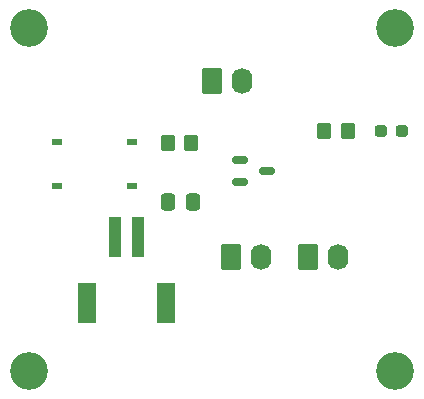
<source format=gts>
G04 #@! TF.GenerationSoftware,KiCad,Pcbnew,8.0.0*
G04 #@! TF.CreationDate,2024-03-04T18:09:40-06:00*
G04 #@! TF.ProjectId,Haptic Feeback board,48617074-6963-4204-9665-656261636b20,rev?*
G04 #@! TF.SameCoordinates,Original*
G04 #@! TF.FileFunction,Soldermask,Top*
G04 #@! TF.FilePolarity,Negative*
%FSLAX46Y46*%
G04 Gerber Fmt 4.6, Leading zero omitted, Abs format (unit mm)*
G04 Created by KiCad (PCBNEW 8.0.0) date 2024-03-04 18:09:40*
%MOMM*%
%LPD*%
G01*
G04 APERTURE LIST*
G04 Aperture macros list*
%AMRoundRect*
0 Rectangle with rounded corners*
0 $1 Rounding radius*
0 $2 $3 $4 $5 $6 $7 $8 $9 X,Y pos of 4 corners*
0 Add a 4 corners polygon primitive as box body*
4,1,4,$2,$3,$4,$5,$6,$7,$8,$9,$2,$3,0*
0 Add four circle primitives for the rounded corners*
1,1,$1+$1,$2,$3*
1,1,$1+$1,$4,$5*
1,1,$1+$1,$6,$7*
1,1,$1+$1,$8,$9*
0 Add four rect primitives between the rounded corners*
20,1,$1+$1,$2,$3,$4,$5,0*
20,1,$1+$1,$4,$5,$6,$7,0*
20,1,$1+$1,$6,$7,$8,$9,0*
20,1,$1+$1,$8,$9,$2,$3,0*%
G04 Aperture macros list end*
%ADD10C,3.200000*%
%ADD11R,0.950500X0.558800*%
%ADD12RoundRect,0.250000X-0.620000X-0.845000X0.620000X-0.845000X0.620000X0.845000X-0.620000X0.845000X0*%
%ADD13O,1.740000X2.190000*%
%ADD14RoundRect,0.250000X-0.337500X-0.475000X0.337500X-0.475000X0.337500X0.475000X-0.337500X0.475000X0*%
%ADD15RoundRect,0.237500X0.287500X0.237500X-0.287500X0.237500X-0.287500X-0.237500X0.287500X-0.237500X0*%
%ADD16R,1.000000X3.500000*%
%ADD17R,1.500000X3.400000*%
%ADD18RoundRect,0.250000X0.350000X0.450000X-0.350000X0.450000X-0.350000X-0.450000X0.350000X-0.450000X0*%
%ADD19RoundRect,0.150000X-0.512500X-0.150000X0.512500X-0.150000X0.512500X0.150000X-0.512500X0.150000X0*%
%ADD20RoundRect,0.250000X-0.350000X-0.450000X0.350000X-0.450000X0.350000X0.450000X-0.350000X0.450000X0*%
G04 APERTURE END LIST*
D10*
X125500000Y-112000000D03*
X125500000Y-83000000D03*
D11*
X127878302Y-92667602D03*
X127878302Y-96367600D03*
X134239000Y-96367600D03*
X134239000Y-92667602D03*
D12*
X142621000Y-102387400D03*
D13*
X145161000Y-102387400D03*
D14*
X137290900Y-97713800D03*
X139365900Y-97713800D03*
D15*
X157040000Y-91694000D03*
X155290000Y-91694000D03*
D10*
X156500000Y-112000000D03*
D12*
X149098000Y-102362000D03*
D13*
X151638000Y-102362000D03*
D12*
X140995400Y-87497600D03*
D13*
X143535400Y-87497600D03*
D16*
X132747000Y-100685600D03*
X134747000Y-100685600D03*
D17*
X130397000Y-106235600D03*
X137097000Y-106235600D03*
D18*
X152511000Y-91694000D03*
X150511000Y-91694000D03*
D10*
X156500000Y-83000000D03*
D19*
X143365400Y-94147600D03*
X143365400Y-96047600D03*
X145640400Y-95097600D03*
D20*
X137242800Y-92735400D03*
X139242800Y-92735400D03*
M02*

</source>
